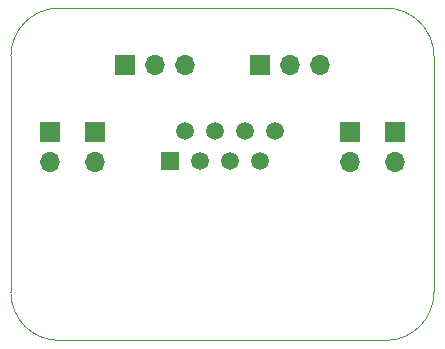
<source format=gbr>
G04 #@! TF.GenerationSoftware,KiCad,Pcbnew,(5.1.2)-2*
G04 #@! TF.CreationDate,2019-09-03T21:56:16-05:00*
G04 #@! TF.ProjectId,JoystickBoard_Rev1,4a6f7973-7469-4636-9b42-6f6172645f52,rev?*
G04 #@! TF.SameCoordinates,Original*
G04 #@! TF.FileFunction,Copper,L2,Bot*
G04 #@! TF.FilePolarity,Positive*
%FSLAX46Y46*%
G04 Gerber Fmt 4.6, Leading zero omitted, Abs format (unit mm)*
G04 Created by KiCad (PCBNEW (5.1.2)-2) date 2019-09-03 21:56:16*
%MOMM*%
%LPD*%
G04 APERTURE LIST*
%ADD10C,0.050000*%
%ADD11O,1.700000X1.700000*%
%ADD12R,1.700000X1.700000*%
%ADD13R,1.500000X1.500000*%
%ADD14C,1.500000*%
G04 APERTURE END LIST*
D10*
X132588000Y-110680500D02*
X132588000Y-90678000D01*
X136652000Y-114744500D02*
G75*
G02X132588000Y-110680500I0J4064000D01*
G01*
X164338000Y-114744500D02*
X136652000Y-114744500D01*
X168402000Y-90678000D02*
X168402000Y-110680500D01*
X168402000Y-110680500D02*
G75*
G02X164338000Y-114744500I-4064000J0D01*
G01*
X164338000Y-86614000D02*
X136652000Y-86614000D01*
X132588000Y-90678000D02*
G75*
G02X136652000Y-86614000I4064000J0D01*
G01*
X164338000Y-86614000D02*
G75*
G02X168402000Y-90678000I0J-4064000D01*
G01*
D11*
X158750000Y-91440000D03*
X156210000Y-91440000D03*
D12*
X153670000Y-91440000D03*
X142240000Y-91440000D03*
D11*
X144780000Y-91440000D03*
X147320000Y-91440000D03*
D12*
X139700000Y-97075001D03*
D11*
X139700000Y-99615001D03*
X161290000Y-99615001D03*
D12*
X161290000Y-97075001D03*
D13*
X146050000Y-99545001D03*
D14*
X147320000Y-97005001D03*
X148590000Y-99545001D03*
X149860000Y-97005001D03*
X151130000Y-99545001D03*
X152400000Y-97005001D03*
X153670000Y-99545001D03*
X154940000Y-97005001D03*
D11*
X135890000Y-99615001D03*
D12*
X135890000Y-97075001D03*
X165100000Y-97075001D03*
D11*
X165100000Y-99615001D03*
M02*

</source>
